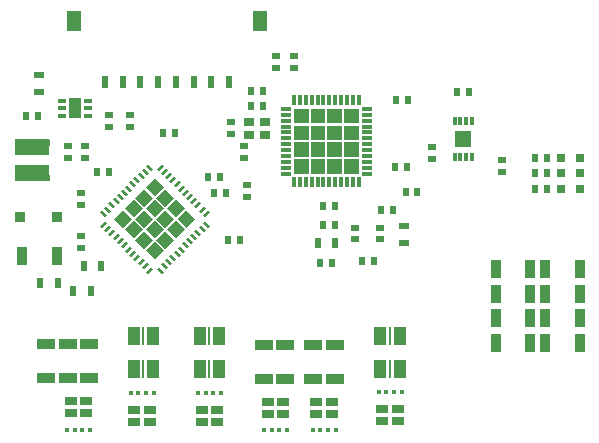
<source format=gbr>
G04 EAGLE Gerber RS-274X export*
G75*
%MOMM*%
%FSLAX34Y34*%
%LPD*%
%INSolderpaste Top*%
%IPPOS*%
%AMOC8*
5,1,8,0,0,1.08239X$1,22.5*%
G01*
%ADD10R,0.600000X0.240000*%
%ADD11R,1.060000X1.060000*%
%ADD12R,0.600000X0.700000*%
%ADD13R,0.400000X0.400000*%
%ADD14R,1.000000X0.800000*%
%ADD15R,0.812800X0.304800*%
%ADD16R,0.304800X0.812800*%
%ADD17R,0.600000X0.900000*%
%ADD18R,0.700000X0.600000*%
%ADD19R,3.000000X1.250000*%
%ADD20R,0.900000X0.600000*%
%ADD21R,0.900000X0.950000*%
%ADD22R,1.600000X0.900000*%
%ADD23R,0.900000X1.600000*%
%ADD24R,1.460000X1.360000*%
%ADD25R,0.300000X0.750000*%
%ADD26R,0.200000X1.600000*%
%ADD27R,1.050000X1.600000*%
%ADD28R,0.850000X0.750000*%
%ADD29R,1.000000X1.800000*%
%ADD30R,0.800000X0.400000*%
%ADD31R,0.600000X1.000000*%
%ADD32R,1.250000X1.800000*%
%ADD33R,0.800000X0.800000*%

G36*
X35535Y252005D02*
X35535Y252005D01*
X35571Y252002D01*
X35707Y252025D01*
X35843Y252041D01*
X35877Y252053D01*
X35912Y252058D01*
X36039Y252111D01*
X36169Y252158D01*
X36198Y252178D01*
X36231Y252191D01*
X36343Y252272D01*
X36458Y252347D01*
X36483Y252373D01*
X36511Y252393D01*
X36602Y252498D01*
X36697Y252597D01*
X36715Y252628D01*
X36738Y252654D01*
X36802Y252777D01*
X36872Y252895D01*
X36882Y252929D01*
X36899Y252961D01*
X36933Y253094D01*
X36974Y253226D01*
X36976Y253261D01*
X36985Y253295D01*
X36999Y253500D01*
X36999Y256500D01*
X36995Y256535D01*
X36998Y256569D01*
X36998Y256570D01*
X36998Y256571D01*
X36975Y256707D01*
X36959Y256843D01*
X36947Y256877D01*
X36942Y256912D01*
X36889Y257039D01*
X36842Y257169D01*
X36823Y257198D01*
X36809Y257231D01*
X36728Y257343D01*
X36653Y257458D01*
X36627Y257483D01*
X36607Y257511D01*
X36503Y257602D01*
X36403Y257697D01*
X36372Y257715D01*
X36346Y257738D01*
X36223Y257802D01*
X36105Y257872D01*
X36071Y257882D01*
X36039Y257899D01*
X35906Y257933D01*
X35774Y257974D01*
X35739Y257976D01*
X35705Y257985D01*
X35500Y257999D01*
X8500Y257999D01*
X8465Y257995D01*
X8429Y257998D01*
X8293Y257975D01*
X8157Y257959D01*
X8123Y257947D01*
X8088Y257942D01*
X7961Y257889D01*
X7831Y257842D01*
X7802Y257823D01*
X7769Y257809D01*
X7657Y257728D01*
X7542Y257653D01*
X7517Y257627D01*
X7489Y257607D01*
X7398Y257503D01*
X7303Y257403D01*
X7285Y257372D01*
X7262Y257346D01*
X7198Y257223D01*
X7128Y257105D01*
X7118Y257071D01*
X7101Y257039D01*
X7067Y256906D01*
X7026Y256774D01*
X7024Y256739D01*
X7015Y256705D01*
X7001Y256500D01*
X7001Y253500D01*
X7005Y253465D01*
X7002Y253429D01*
X7025Y253293D01*
X7041Y253157D01*
X7053Y253123D01*
X7058Y253088D01*
X7111Y252961D01*
X7158Y252831D01*
X7178Y252802D01*
X7191Y252769D01*
X7272Y252657D01*
X7347Y252542D01*
X7373Y252517D01*
X7393Y252489D01*
X7498Y252398D01*
X7597Y252303D01*
X7628Y252285D01*
X7654Y252262D01*
X7777Y252198D01*
X7895Y252128D01*
X7929Y252118D01*
X7961Y252101D01*
X8094Y252067D01*
X8226Y252026D01*
X8261Y252024D01*
X8295Y252015D01*
X8500Y252001D01*
X35500Y252001D01*
X35535Y252005D01*
G37*
G36*
X35535Y282005D02*
X35535Y282005D01*
X35571Y282002D01*
X35707Y282025D01*
X35843Y282041D01*
X35877Y282053D01*
X35912Y282058D01*
X36039Y282111D01*
X36169Y282158D01*
X36198Y282178D01*
X36231Y282191D01*
X36343Y282272D01*
X36458Y282347D01*
X36483Y282373D01*
X36511Y282393D01*
X36602Y282498D01*
X36697Y282597D01*
X36715Y282628D01*
X36738Y282654D01*
X36802Y282777D01*
X36872Y282895D01*
X36882Y282929D01*
X36899Y282961D01*
X36933Y283094D01*
X36974Y283226D01*
X36976Y283261D01*
X36985Y283295D01*
X36999Y283500D01*
X36999Y286500D01*
X36995Y286535D01*
X36998Y286569D01*
X36998Y286570D01*
X36998Y286571D01*
X36975Y286707D01*
X36959Y286843D01*
X36947Y286877D01*
X36942Y286912D01*
X36889Y287039D01*
X36842Y287169D01*
X36823Y287198D01*
X36809Y287231D01*
X36728Y287343D01*
X36653Y287458D01*
X36627Y287483D01*
X36607Y287511D01*
X36503Y287602D01*
X36403Y287697D01*
X36372Y287715D01*
X36346Y287738D01*
X36223Y287802D01*
X36105Y287872D01*
X36071Y287882D01*
X36039Y287899D01*
X35906Y287933D01*
X35774Y287974D01*
X35739Y287976D01*
X35705Y287985D01*
X35500Y287999D01*
X8500Y287999D01*
X8465Y287995D01*
X8429Y287998D01*
X8293Y287975D01*
X8157Y287959D01*
X8123Y287947D01*
X8088Y287942D01*
X7961Y287889D01*
X7831Y287842D01*
X7802Y287823D01*
X7769Y287809D01*
X7657Y287728D01*
X7542Y287653D01*
X7517Y287627D01*
X7489Y287607D01*
X7398Y287503D01*
X7303Y287403D01*
X7285Y287372D01*
X7262Y287346D01*
X7198Y287223D01*
X7128Y287105D01*
X7118Y287071D01*
X7101Y287039D01*
X7067Y286906D01*
X7026Y286774D01*
X7024Y286739D01*
X7015Y286705D01*
X7001Y286500D01*
X7001Y283500D01*
X7005Y283465D01*
X7002Y283429D01*
X7025Y283293D01*
X7041Y283157D01*
X7053Y283123D01*
X7058Y283088D01*
X7111Y282961D01*
X7158Y282831D01*
X7178Y282802D01*
X7191Y282769D01*
X7272Y282657D01*
X7347Y282542D01*
X7373Y282517D01*
X7393Y282489D01*
X7498Y282398D01*
X7597Y282303D01*
X7628Y282285D01*
X7654Y282262D01*
X7777Y282198D01*
X7895Y282128D01*
X7929Y282118D01*
X7961Y282101D01*
X8094Y282067D01*
X8226Y282026D01*
X8261Y282024D01*
X8295Y282015D01*
X8500Y282001D01*
X35500Y282001D01*
X35535Y282005D01*
G37*
G36*
X255778Y272651D02*
X255778Y272651D01*
X255780Y272650D01*
X255823Y272670D01*
X255867Y272688D01*
X255867Y272690D01*
X255869Y272691D01*
X255902Y272776D01*
X255902Y285000D01*
X255901Y285002D01*
X255902Y285004D01*
X255882Y285047D01*
X255864Y285091D01*
X255862Y285091D01*
X255861Y285093D01*
X255776Y285126D01*
X243552Y285126D01*
X243550Y285125D01*
X243548Y285126D01*
X243505Y285106D01*
X243461Y285088D01*
X243461Y285086D01*
X243459Y285085D01*
X243426Y285000D01*
X243426Y272776D01*
X243427Y272774D01*
X243426Y272772D01*
X243446Y272729D01*
X243464Y272685D01*
X243466Y272685D01*
X243467Y272683D01*
X243552Y272650D01*
X255776Y272650D01*
X255778Y272651D01*
G37*
G36*
X255778Y258427D02*
X255778Y258427D01*
X255780Y258426D01*
X255823Y258446D01*
X255867Y258464D01*
X255867Y258466D01*
X255869Y258467D01*
X255902Y258552D01*
X255902Y270776D01*
X255901Y270778D01*
X255902Y270780D01*
X255882Y270823D01*
X255864Y270867D01*
X255862Y270867D01*
X255861Y270869D01*
X255776Y270902D01*
X243552Y270902D01*
X243550Y270901D01*
X243548Y270902D01*
X243505Y270882D01*
X243461Y270864D01*
X243461Y270862D01*
X243459Y270861D01*
X243426Y270776D01*
X243426Y258552D01*
X243427Y258550D01*
X243426Y258548D01*
X243446Y258505D01*
X243464Y258461D01*
X243466Y258461D01*
X243467Y258459D01*
X243552Y258426D01*
X255776Y258426D01*
X255778Y258427D01*
G37*
G36*
X270002Y258427D02*
X270002Y258427D01*
X270004Y258426D01*
X270047Y258446D01*
X270091Y258464D01*
X270091Y258466D01*
X270093Y258467D01*
X270126Y258552D01*
X270126Y270776D01*
X270125Y270778D01*
X270126Y270780D01*
X270106Y270823D01*
X270088Y270867D01*
X270086Y270867D01*
X270085Y270869D01*
X270000Y270902D01*
X257776Y270902D01*
X257774Y270901D01*
X257772Y270902D01*
X257729Y270882D01*
X257685Y270864D01*
X257685Y270862D01*
X257683Y270861D01*
X257650Y270776D01*
X257650Y258552D01*
X257651Y258550D01*
X257650Y258548D01*
X257670Y258505D01*
X257688Y258461D01*
X257690Y258461D01*
X257691Y258459D01*
X257776Y258426D01*
X270000Y258426D01*
X270002Y258427D01*
G37*
G36*
X298450Y258427D02*
X298450Y258427D01*
X298452Y258426D01*
X298495Y258446D01*
X298539Y258464D01*
X298539Y258466D01*
X298541Y258467D01*
X298574Y258552D01*
X298574Y270776D01*
X298573Y270778D01*
X298574Y270780D01*
X298554Y270823D01*
X298536Y270867D01*
X298534Y270867D01*
X298533Y270869D01*
X298448Y270902D01*
X286224Y270902D01*
X286222Y270901D01*
X286220Y270902D01*
X286177Y270882D01*
X286133Y270864D01*
X286133Y270862D01*
X286131Y270861D01*
X286098Y270776D01*
X286098Y258552D01*
X286099Y258550D01*
X286098Y258548D01*
X286118Y258505D01*
X286136Y258461D01*
X286138Y258461D01*
X286139Y258459D01*
X286224Y258426D01*
X298448Y258426D01*
X298450Y258427D01*
G37*
G36*
X284226Y258427D02*
X284226Y258427D01*
X284228Y258426D01*
X284271Y258446D01*
X284315Y258464D01*
X284315Y258466D01*
X284317Y258467D01*
X284350Y258552D01*
X284350Y270776D01*
X284349Y270778D01*
X284350Y270780D01*
X284330Y270823D01*
X284312Y270867D01*
X284310Y270867D01*
X284309Y270869D01*
X284224Y270902D01*
X272000Y270902D01*
X271998Y270901D01*
X271996Y270902D01*
X271953Y270882D01*
X271909Y270864D01*
X271909Y270862D01*
X271907Y270861D01*
X271874Y270776D01*
X271874Y258552D01*
X271875Y258550D01*
X271874Y258548D01*
X271894Y258505D01*
X271912Y258461D01*
X271914Y258461D01*
X271915Y258459D01*
X272000Y258426D01*
X284224Y258426D01*
X284226Y258427D01*
G37*
G36*
X284226Y272651D02*
X284226Y272651D01*
X284228Y272650D01*
X284271Y272670D01*
X284315Y272688D01*
X284315Y272690D01*
X284317Y272691D01*
X284350Y272776D01*
X284350Y285000D01*
X284349Y285002D01*
X284350Y285004D01*
X284330Y285047D01*
X284312Y285091D01*
X284310Y285091D01*
X284309Y285093D01*
X284224Y285126D01*
X272000Y285126D01*
X271998Y285125D01*
X271996Y285126D01*
X271953Y285106D01*
X271909Y285088D01*
X271909Y285086D01*
X271907Y285085D01*
X271874Y285000D01*
X271874Y272776D01*
X271875Y272774D01*
X271874Y272772D01*
X271894Y272729D01*
X271912Y272685D01*
X271914Y272685D01*
X271915Y272683D01*
X272000Y272650D01*
X284224Y272650D01*
X284226Y272651D01*
G37*
G36*
X298450Y272651D02*
X298450Y272651D01*
X298452Y272650D01*
X298495Y272670D01*
X298539Y272688D01*
X298539Y272690D01*
X298541Y272691D01*
X298574Y272776D01*
X298574Y285000D01*
X298573Y285002D01*
X298574Y285004D01*
X298554Y285047D01*
X298536Y285091D01*
X298534Y285091D01*
X298533Y285093D01*
X298448Y285126D01*
X286224Y285126D01*
X286222Y285125D01*
X286220Y285126D01*
X286177Y285106D01*
X286133Y285088D01*
X286133Y285086D01*
X286131Y285085D01*
X286098Y285000D01*
X286098Y272776D01*
X286099Y272774D01*
X286098Y272772D01*
X286118Y272729D01*
X286136Y272685D01*
X286138Y272685D01*
X286139Y272683D01*
X286224Y272650D01*
X298448Y272650D01*
X298450Y272651D01*
G37*
G36*
X270002Y272651D02*
X270002Y272651D01*
X270004Y272650D01*
X270047Y272670D01*
X270091Y272688D01*
X270091Y272690D01*
X270093Y272691D01*
X270126Y272776D01*
X270126Y285000D01*
X270125Y285002D01*
X270126Y285004D01*
X270106Y285047D01*
X270088Y285091D01*
X270086Y285091D01*
X270085Y285093D01*
X270000Y285126D01*
X257776Y285126D01*
X257774Y285125D01*
X257772Y285126D01*
X257729Y285106D01*
X257685Y285088D01*
X257685Y285086D01*
X257683Y285085D01*
X257650Y285000D01*
X257650Y272776D01*
X257651Y272774D01*
X257650Y272772D01*
X257670Y272729D01*
X257688Y272685D01*
X257690Y272685D01*
X257691Y272683D01*
X257776Y272650D01*
X270000Y272650D01*
X270002Y272651D01*
G37*
G36*
X298450Y301099D02*
X298450Y301099D01*
X298452Y301098D01*
X298495Y301118D01*
X298539Y301136D01*
X298539Y301138D01*
X298541Y301139D01*
X298574Y301224D01*
X298574Y313448D01*
X298573Y313450D01*
X298574Y313452D01*
X298554Y313495D01*
X298536Y313539D01*
X298534Y313539D01*
X298533Y313541D01*
X298448Y313574D01*
X286224Y313574D01*
X286222Y313573D01*
X286220Y313574D01*
X286177Y313554D01*
X286133Y313536D01*
X286133Y313534D01*
X286131Y313533D01*
X286098Y313448D01*
X286098Y301224D01*
X286099Y301222D01*
X286098Y301220D01*
X286118Y301177D01*
X286136Y301133D01*
X286138Y301133D01*
X286139Y301131D01*
X286224Y301098D01*
X298448Y301098D01*
X298450Y301099D01*
G37*
G36*
X270002Y286875D02*
X270002Y286875D01*
X270004Y286874D01*
X270047Y286894D01*
X270091Y286912D01*
X270091Y286914D01*
X270093Y286915D01*
X270126Y287000D01*
X270126Y299224D01*
X270125Y299226D01*
X270126Y299228D01*
X270106Y299271D01*
X270088Y299315D01*
X270086Y299315D01*
X270085Y299317D01*
X270000Y299350D01*
X257776Y299350D01*
X257774Y299349D01*
X257772Y299350D01*
X257729Y299330D01*
X257685Y299312D01*
X257685Y299310D01*
X257683Y299309D01*
X257650Y299224D01*
X257650Y287000D01*
X257651Y286998D01*
X257650Y286996D01*
X257670Y286953D01*
X257688Y286909D01*
X257690Y286909D01*
X257691Y286907D01*
X257776Y286874D01*
X270000Y286874D01*
X270002Y286875D01*
G37*
G36*
X298450Y286875D02*
X298450Y286875D01*
X298452Y286874D01*
X298495Y286894D01*
X298539Y286912D01*
X298539Y286914D01*
X298541Y286915D01*
X298574Y287000D01*
X298574Y299224D01*
X298573Y299226D01*
X298574Y299228D01*
X298554Y299271D01*
X298536Y299315D01*
X298534Y299315D01*
X298533Y299317D01*
X298448Y299350D01*
X286224Y299350D01*
X286222Y299349D01*
X286220Y299350D01*
X286177Y299330D01*
X286133Y299312D01*
X286133Y299310D01*
X286131Y299309D01*
X286098Y299224D01*
X286098Y287000D01*
X286099Y286998D01*
X286098Y286996D01*
X286118Y286953D01*
X286136Y286909D01*
X286138Y286909D01*
X286139Y286907D01*
X286224Y286874D01*
X298448Y286874D01*
X298450Y286875D01*
G37*
G36*
X284226Y286875D02*
X284226Y286875D01*
X284228Y286874D01*
X284271Y286894D01*
X284315Y286912D01*
X284315Y286914D01*
X284317Y286915D01*
X284350Y287000D01*
X284350Y299224D01*
X284349Y299226D01*
X284350Y299228D01*
X284330Y299271D01*
X284312Y299315D01*
X284310Y299315D01*
X284309Y299317D01*
X284224Y299350D01*
X272000Y299350D01*
X271998Y299349D01*
X271996Y299350D01*
X271953Y299330D01*
X271909Y299312D01*
X271909Y299310D01*
X271907Y299309D01*
X271874Y299224D01*
X271874Y287000D01*
X271875Y286998D01*
X271874Y286996D01*
X271894Y286953D01*
X271912Y286909D01*
X271914Y286909D01*
X271915Y286907D01*
X272000Y286874D01*
X284224Y286874D01*
X284226Y286875D01*
G37*
G36*
X255778Y286875D02*
X255778Y286875D01*
X255780Y286874D01*
X255823Y286894D01*
X255867Y286912D01*
X255867Y286914D01*
X255869Y286915D01*
X255902Y287000D01*
X255902Y299224D01*
X255901Y299226D01*
X255902Y299228D01*
X255882Y299271D01*
X255864Y299315D01*
X255862Y299315D01*
X255861Y299317D01*
X255776Y299350D01*
X243552Y299350D01*
X243550Y299349D01*
X243548Y299350D01*
X243505Y299330D01*
X243461Y299312D01*
X243461Y299310D01*
X243459Y299309D01*
X243426Y299224D01*
X243426Y287000D01*
X243427Y286998D01*
X243426Y286996D01*
X243446Y286953D01*
X243464Y286909D01*
X243466Y286909D01*
X243467Y286907D01*
X243552Y286874D01*
X255776Y286874D01*
X255778Y286875D01*
G37*
G36*
X284226Y301099D02*
X284226Y301099D01*
X284228Y301098D01*
X284271Y301118D01*
X284315Y301136D01*
X284315Y301138D01*
X284317Y301139D01*
X284350Y301224D01*
X284350Y313448D01*
X284349Y313450D01*
X284350Y313452D01*
X284330Y313495D01*
X284312Y313539D01*
X284310Y313539D01*
X284309Y313541D01*
X284224Y313574D01*
X272000Y313574D01*
X271998Y313573D01*
X271996Y313574D01*
X271953Y313554D01*
X271909Y313536D01*
X271909Y313534D01*
X271907Y313533D01*
X271874Y313448D01*
X271874Y301224D01*
X271875Y301222D01*
X271874Y301220D01*
X271894Y301177D01*
X271912Y301133D01*
X271914Y301133D01*
X271915Y301131D01*
X272000Y301098D01*
X284224Y301098D01*
X284226Y301099D01*
G37*
G36*
X270002Y301099D02*
X270002Y301099D01*
X270004Y301098D01*
X270047Y301118D01*
X270091Y301136D01*
X270091Y301138D01*
X270093Y301139D01*
X270126Y301224D01*
X270126Y313448D01*
X270125Y313450D01*
X270126Y313452D01*
X270106Y313495D01*
X270088Y313539D01*
X270086Y313539D01*
X270085Y313541D01*
X270000Y313574D01*
X257776Y313574D01*
X257774Y313573D01*
X257772Y313574D01*
X257729Y313554D01*
X257685Y313536D01*
X257685Y313534D01*
X257683Y313533D01*
X257650Y313448D01*
X257650Y301224D01*
X257651Y301222D01*
X257650Y301220D01*
X257670Y301177D01*
X257688Y301133D01*
X257690Y301133D01*
X257691Y301131D01*
X257776Y301098D01*
X270000Y301098D01*
X270002Y301099D01*
G37*
G36*
X255778Y301099D02*
X255778Y301099D01*
X255780Y301098D01*
X255823Y301118D01*
X255867Y301136D01*
X255867Y301138D01*
X255869Y301139D01*
X255902Y301224D01*
X255902Y313448D01*
X255901Y313450D01*
X255902Y313452D01*
X255882Y313495D01*
X255864Y313539D01*
X255862Y313539D01*
X255861Y313541D01*
X255776Y313574D01*
X243552Y313574D01*
X243550Y313573D01*
X243548Y313574D01*
X243505Y313554D01*
X243461Y313536D01*
X243461Y313534D01*
X243459Y313533D01*
X243426Y313448D01*
X243426Y301224D01*
X243427Y301222D01*
X243426Y301220D01*
X243446Y301177D01*
X243464Y301133D01*
X243466Y301133D01*
X243467Y301131D01*
X243552Y301098D01*
X255776Y301098D01*
X255778Y301099D01*
G37*
D10*
G36*
X85282Y217176D02*
X81041Y212935D01*
X79344Y214632D01*
X83585Y218873D01*
X85282Y217176D01*
G37*
G36*
X82879Y211096D02*
X87120Y215337D01*
X88817Y213640D01*
X84576Y209399D01*
X82879Y211096D01*
G37*
G36*
X86415Y207561D02*
X90656Y211802D01*
X92353Y210105D01*
X88112Y205864D01*
X86415Y207561D01*
G37*
G36*
X89951Y204025D02*
X94192Y208266D01*
X95889Y206569D01*
X91648Y202328D01*
X89951Y204025D01*
G37*
G36*
X93486Y200490D02*
X97727Y204731D01*
X99424Y203034D01*
X95183Y198793D01*
X93486Y200490D01*
G37*
G36*
X97022Y196954D02*
X101263Y201195D01*
X102960Y199498D01*
X98719Y195257D01*
X97022Y196954D01*
G37*
G36*
X100557Y193419D02*
X104798Y197660D01*
X106495Y195963D01*
X102254Y191722D01*
X100557Y193419D01*
G37*
G36*
X104093Y189883D02*
X108334Y194124D01*
X110031Y192427D01*
X105790Y188186D01*
X104093Y189883D01*
G37*
G36*
X107628Y186348D02*
X111869Y190589D01*
X113566Y188892D01*
X109325Y184651D01*
X107628Y186348D01*
G37*
G36*
X111164Y182812D02*
X115405Y187053D01*
X117102Y185356D01*
X112861Y181115D01*
X111164Y182812D01*
G37*
G36*
X114699Y179276D02*
X118940Y183517D01*
X120637Y181820D01*
X116396Y177579D01*
X114699Y179276D01*
G37*
G36*
X118235Y175741D02*
X122476Y179982D01*
X124173Y178285D01*
X119932Y174044D01*
X118235Y175741D01*
G37*
G36*
X129124Y179982D02*
X133365Y175741D01*
X131668Y174044D01*
X127427Y178285D01*
X129124Y179982D01*
G37*
G36*
X135204Y177579D02*
X130963Y181820D01*
X132660Y183517D01*
X136901Y179276D01*
X135204Y177579D01*
G37*
G36*
X138739Y181115D02*
X134498Y185356D01*
X136195Y187053D01*
X140436Y182812D01*
X138739Y181115D01*
G37*
G36*
X142275Y184651D02*
X138034Y188892D01*
X139731Y190589D01*
X143972Y186348D01*
X142275Y184651D01*
G37*
G36*
X145810Y188186D02*
X141569Y192427D01*
X143266Y194124D01*
X147507Y189883D01*
X145810Y188186D01*
G37*
G36*
X149346Y191722D02*
X145105Y195963D01*
X146802Y197660D01*
X151043Y193419D01*
X149346Y191722D01*
G37*
G36*
X152881Y195257D02*
X148640Y199498D01*
X150337Y201195D01*
X154578Y196954D01*
X152881Y195257D01*
G37*
G36*
X156417Y198793D02*
X152176Y203034D01*
X153873Y204731D01*
X158114Y200490D01*
X156417Y198793D01*
G37*
G36*
X159952Y202328D02*
X155711Y206569D01*
X157408Y208266D01*
X161649Y204025D01*
X159952Y202328D01*
G37*
G36*
X163488Y205864D02*
X159247Y210105D01*
X160944Y211802D01*
X165185Y207561D01*
X163488Y205864D01*
G37*
G36*
X167024Y209399D02*
X162783Y213640D01*
X164480Y215337D01*
X168721Y211096D01*
X167024Y209399D01*
G37*
G36*
X170559Y212935D02*
X166318Y217176D01*
X168015Y218873D01*
X172256Y214632D01*
X170559Y212935D01*
G37*
G36*
X166318Y223824D02*
X170559Y228065D01*
X172256Y226368D01*
X168015Y222127D01*
X166318Y223824D01*
G37*
G36*
X168721Y229904D02*
X164480Y225663D01*
X162783Y227360D01*
X167024Y231601D01*
X168721Y229904D01*
G37*
G36*
X165185Y233439D02*
X160944Y229198D01*
X159247Y230895D01*
X163488Y235136D01*
X165185Y233439D01*
G37*
G36*
X161649Y236975D02*
X157408Y232734D01*
X155711Y234431D01*
X159952Y238672D01*
X161649Y236975D01*
G37*
G36*
X158114Y240510D02*
X153873Y236269D01*
X152176Y237966D01*
X156417Y242207D01*
X158114Y240510D01*
G37*
G36*
X154578Y244046D02*
X150337Y239805D01*
X148640Y241502D01*
X152881Y245743D01*
X154578Y244046D01*
G37*
G36*
X151043Y247581D02*
X146802Y243340D01*
X145105Y245037D01*
X149346Y249278D01*
X151043Y247581D01*
G37*
G36*
X147507Y251117D02*
X143266Y246876D01*
X141569Y248573D01*
X145810Y252814D01*
X147507Y251117D01*
G37*
G36*
X143972Y254652D02*
X139731Y250411D01*
X138034Y252108D01*
X142275Y256349D01*
X143972Y254652D01*
G37*
G36*
X140436Y258188D02*
X136195Y253947D01*
X134498Y255644D01*
X138739Y259885D01*
X140436Y258188D01*
G37*
G36*
X136901Y261724D02*
X132660Y257483D01*
X130963Y259180D01*
X135204Y263421D01*
X136901Y261724D01*
G37*
G36*
X133365Y265259D02*
X129124Y261018D01*
X127427Y262715D01*
X131668Y266956D01*
X133365Y265259D01*
G37*
G36*
X122476Y261018D02*
X118235Y265259D01*
X119932Y266956D01*
X124173Y262715D01*
X122476Y261018D01*
G37*
G36*
X116396Y263421D02*
X120637Y259180D01*
X118940Y257483D01*
X114699Y261724D01*
X116396Y263421D01*
G37*
G36*
X112861Y259885D02*
X117102Y255644D01*
X115405Y253947D01*
X111164Y258188D01*
X112861Y259885D01*
G37*
G36*
X109325Y256349D02*
X113566Y252108D01*
X111869Y250411D01*
X107628Y254652D01*
X109325Y256349D01*
G37*
G36*
X105790Y252814D02*
X110031Y248573D01*
X108334Y246876D01*
X104093Y251117D01*
X105790Y252814D01*
G37*
G36*
X102254Y249278D02*
X106495Y245037D01*
X104798Y243340D01*
X100557Y247581D01*
X102254Y249278D01*
G37*
G36*
X98719Y245743D02*
X102960Y241502D01*
X101263Y239805D01*
X97022Y244046D01*
X98719Y245743D01*
G37*
G36*
X95183Y242207D02*
X99424Y237966D01*
X97727Y236269D01*
X93486Y240510D01*
X95183Y242207D01*
G37*
G36*
X91648Y238672D02*
X95889Y234431D01*
X94192Y232734D01*
X89951Y236975D01*
X91648Y238672D01*
G37*
G36*
X88112Y235136D02*
X92353Y230895D01*
X90656Y229198D01*
X86415Y233439D01*
X88112Y235136D01*
G37*
G36*
X84576Y231601D02*
X88817Y227360D01*
X87120Y225663D01*
X82879Y229904D01*
X84576Y231601D01*
G37*
G36*
X81041Y228065D02*
X85282Y223824D01*
X83585Y222127D01*
X79344Y226368D01*
X81041Y228065D01*
G37*
D11*
G36*
X115405Y229339D02*
X107910Y221844D01*
X100415Y229339D01*
X107910Y236834D01*
X115405Y229339D01*
G37*
G36*
X124315Y238248D02*
X116820Y230753D01*
X109325Y238248D01*
X116820Y245743D01*
X124315Y238248D01*
G37*
G36*
X133224Y247158D02*
X125729Y239663D01*
X118234Y247158D01*
X125729Y254653D01*
X133224Y247158D01*
G37*
G36*
X133224Y193701D02*
X125729Y186206D01*
X118234Y193701D01*
X125729Y201196D01*
X133224Y193701D01*
G37*
G36*
X124315Y202610D02*
X116820Y195115D01*
X109325Y202610D01*
X116820Y210105D01*
X124315Y202610D01*
G37*
G36*
X115405Y211520D02*
X107910Y204025D01*
X100415Y211520D01*
X107910Y219015D01*
X115405Y211520D01*
G37*
G36*
X106496Y220429D02*
X99001Y212934D01*
X91506Y220429D01*
X99001Y227924D01*
X106496Y220429D01*
G37*
G36*
X142134Y202610D02*
X134639Y195115D01*
X127144Y202610D01*
X134639Y210105D01*
X142134Y202610D01*
G37*
G36*
X133224Y211520D02*
X125729Y204025D01*
X118234Y211520D01*
X125729Y219015D01*
X133224Y211520D01*
G37*
G36*
X124315Y220429D02*
X116820Y212934D01*
X109325Y220429D01*
X116820Y227924D01*
X124315Y220429D01*
G37*
G36*
X151043Y211520D02*
X143548Y204025D01*
X136053Y211520D01*
X143548Y219015D01*
X151043Y211520D01*
G37*
G36*
X142134Y220429D02*
X134639Y212934D01*
X127144Y220429D01*
X134639Y227924D01*
X142134Y220429D01*
G37*
G36*
X133224Y229339D02*
X125729Y221844D01*
X118234Y229339D01*
X125729Y236834D01*
X133224Y229339D01*
G37*
G36*
X159953Y220429D02*
X152458Y212934D01*
X144963Y220429D01*
X152458Y227924D01*
X159953Y220429D01*
G37*
G36*
X151043Y229339D02*
X143548Y221844D01*
X136053Y229339D01*
X143548Y236834D01*
X151043Y229339D01*
G37*
G36*
X142134Y238248D02*
X134639Y230753D01*
X127144Y238248D01*
X134639Y245743D01*
X142134Y238248D01*
G37*
D12*
X187600Y202700D03*
X197600Y202700D03*
D13*
X218250Y41500D03*
X224750Y41500D03*
X231250Y41500D03*
X237750Y41500D03*
D14*
X221500Y65500D03*
X234500Y65500D03*
X221500Y55500D03*
X234500Y55500D03*
D13*
X259250Y41500D03*
X265750Y41500D03*
X272250Y41500D03*
X278750Y41500D03*
D14*
X262500Y65500D03*
X275500Y65500D03*
X262500Y55500D03*
X275500Y55500D03*
D13*
X124750Y72500D03*
X118250Y72500D03*
X111750Y72500D03*
X105250Y72500D03*
D14*
X121500Y48500D03*
X108500Y48500D03*
X121500Y58500D03*
X108500Y58500D03*
D13*
X181750Y72500D03*
X175250Y72500D03*
X168750Y72500D03*
X162250Y72500D03*
D14*
X178500Y48500D03*
X165500Y48500D03*
X178500Y58500D03*
X165500Y58500D03*
D13*
X334750Y73500D03*
X328250Y73500D03*
X321750Y73500D03*
X315250Y73500D03*
D14*
X331500Y49500D03*
X318500Y49500D03*
X331500Y59500D03*
X318500Y59500D03*
D15*
X236456Y313500D03*
X236456Y308500D03*
X236456Y303500D03*
X236456Y298500D03*
X236456Y293500D03*
X236456Y288500D03*
X236456Y283500D03*
X236456Y278500D03*
X236456Y273500D03*
X236456Y268500D03*
X236456Y263500D03*
X236456Y258500D03*
D16*
X243500Y251456D03*
X248500Y251456D03*
X253500Y251456D03*
X258500Y251456D03*
X263500Y251456D03*
X268500Y251456D03*
X273500Y251456D03*
X278500Y251456D03*
X283500Y251456D03*
X288500Y251456D03*
X293500Y251456D03*
X298500Y251456D03*
D15*
X305544Y258500D03*
X305544Y263500D03*
X305544Y268500D03*
X305544Y273500D03*
X305544Y278500D03*
X305544Y283500D03*
X305544Y288500D03*
X305544Y293500D03*
X305544Y298500D03*
X305544Y303500D03*
X305544Y308500D03*
X305544Y313500D03*
D16*
X298500Y320544D03*
X293500Y320544D03*
X288500Y320544D03*
X283500Y320544D03*
X278500Y320544D03*
X273500Y320544D03*
X268500Y320544D03*
X263500Y320544D03*
X258500Y320544D03*
X253500Y320544D03*
X248500Y320544D03*
X243500Y320544D03*
D17*
X263500Y200000D03*
X278500Y200000D03*
D12*
X278000Y231000D03*
X268000Y231000D03*
X278000Y215000D03*
X268000Y215000D03*
X266000Y183000D03*
X276000Y183000D03*
X217000Y329000D03*
X207000Y329000D03*
D18*
X228000Y348000D03*
X228000Y358000D03*
D12*
X330000Y321000D03*
X340000Y321000D03*
X317000Y228000D03*
X327000Y228000D03*
D18*
X244000Y348000D03*
X244000Y358000D03*
X316000Y213000D03*
X316000Y203000D03*
X295000Y213000D03*
X295000Y203000D03*
D17*
X56500Y159000D03*
X71500Y159000D03*
D18*
X63000Y242000D03*
X63000Y232000D03*
D12*
X87000Y260000D03*
X77000Y260000D03*
D19*
X22000Y259750D03*
X22000Y280250D03*
D18*
X52000Y272000D03*
X52000Y282000D03*
X67000Y282000D03*
X67000Y272000D03*
D20*
X28000Y327500D03*
X28000Y342500D03*
D21*
X11250Y222000D03*
X42750Y222000D03*
D13*
X51250Y41750D03*
X57750Y41750D03*
X64250Y41750D03*
X70750Y41750D03*
D14*
X54500Y65750D03*
X67500Y65750D03*
X54500Y55750D03*
X67500Y55750D03*
D22*
X218000Y84500D03*
X218000Y113500D03*
D23*
X42500Y189000D03*
X13500Y189000D03*
X414500Y136000D03*
X443500Y136000D03*
X414500Y157000D03*
X443500Y157000D03*
X414500Y178000D03*
X443500Y178000D03*
X485500Y178000D03*
X456500Y178000D03*
X485500Y157000D03*
X456500Y157000D03*
X485500Y136000D03*
X456500Y136000D03*
X485500Y115000D03*
X456500Y115000D03*
D22*
X260000Y84500D03*
X260000Y113500D03*
X70000Y85500D03*
X70000Y114500D03*
X278000Y84500D03*
X278000Y113500D03*
X34000Y85500D03*
X34000Y114500D03*
X52000Y85500D03*
X52000Y114500D03*
X236000Y84500D03*
X236000Y113500D03*
D23*
X414500Y115000D03*
X443500Y115000D03*
D24*
X387000Y288000D03*
D25*
X379500Y303000D03*
X384500Y303000D03*
X389500Y303000D03*
X394500Y303000D03*
X394500Y273000D03*
X389500Y273000D03*
X384500Y273000D03*
X379500Y273000D03*
D18*
X420000Y260000D03*
X420000Y270000D03*
D17*
X65500Y180000D03*
X80500Y180000D03*
X43500Y166000D03*
X28500Y166000D03*
D18*
X63000Y196000D03*
X63000Y206000D03*
D12*
X143000Y293000D03*
X133000Y293000D03*
D18*
X204000Y239000D03*
X204000Y249000D03*
D26*
X116000Y121000D03*
D27*
X107750Y93000D03*
X124250Y93000D03*
X107750Y121000D03*
X124250Y121000D03*
D26*
X116000Y93000D03*
X172000Y121000D03*
D27*
X163750Y93000D03*
X180250Y93000D03*
X163750Y121000D03*
X180250Y121000D03*
D26*
X172000Y93000D03*
X325000Y121000D03*
D27*
X316750Y93000D03*
X333250Y93000D03*
X316750Y121000D03*
X333250Y121000D03*
D26*
X325000Y93000D03*
D12*
X176000Y242000D03*
X186000Y242000D03*
X171000Y256000D03*
X181000Y256000D03*
D28*
X205250Y291750D03*
X218750Y291750D03*
X218750Y302250D03*
X205250Y302250D03*
D12*
X217000Y316000D03*
X207000Y316000D03*
D29*
X58000Y314000D03*
D30*
X47000Y307500D03*
X47000Y314000D03*
X47000Y320500D03*
X69000Y320500D03*
X69000Y314000D03*
X69000Y307500D03*
D12*
X27000Y307000D03*
X17000Y307000D03*
D18*
X87000Y308000D03*
X87000Y298000D03*
X105000Y308000D03*
X105000Y298000D03*
D12*
X382000Y328000D03*
X392000Y328000D03*
D18*
X360000Y271000D03*
X360000Y281000D03*
X190000Y292000D03*
X190000Y302000D03*
D12*
X338000Y243000D03*
X348000Y243000D03*
X339000Y264000D03*
X329000Y264000D03*
D31*
X83500Y336100D03*
X98500Y336100D03*
X113500Y336100D03*
X128500Y336100D03*
X143500Y336100D03*
X158500Y336100D03*
X173500Y336100D03*
X188500Y336100D03*
D32*
X214550Y388000D03*
X57450Y388000D03*
D33*
X470000Y246000D03*
X486000Y246000D03*
X470000Y259000D03*
X486000Y259000D03*
X470000Y272000D03*
X486000Y272000D03*
D12*
X448000Y246000D03*
X458000Y246000D03*
X448000Y259000D03*
X458000Y259000D03*
X448000Y272000D03*
X458000Y272000D03*
D18*
X201000Y282000D03*
X201000Y272000D03*
D20*
X337000Y214500D03*
X337000Y199500D03*
D12*
X311000Y185000D03*
X301000Y185000D03*
M02*

</source>
